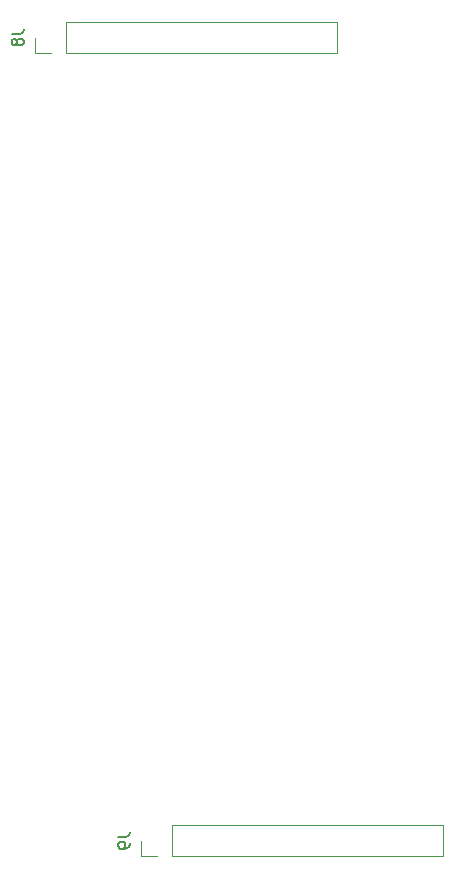
<source format=gbr>
%TF.GenerationSoftware,KiCad,Pcbnew,(6.0.8)*%
%TF.CreationDate,2022-12-13T14:59:49+09:00*%
%TF.ProjectId,audio,61756469-6f2e-46b6-9963-61645f706362,rev?*%
%TF.SameCoordinates,Original*%
%TF.FileFunction,Legend,Bot*%
%TF.FilePolarity,Positive*%
%FSLAX46Y46*%
G04 Gerber Fmt 4.6, Leading zero omitted, Abs format (unit mm)*
G04 Created by KiCad (PCBNEW (6.0.8)) date 2022-12-13 14:59:49*
%MOMM*%
%LPD*%
G01*
G04 APERTURE LIST*
%ADD10C,0.150000*%
%ADD11C,0.120000*%
G04 APERTURE END LIST*
D10*
%TO.C,J9*%
X112682380Y-70666666D02*
X113396666Y-70666666D01*
X113539523Y-70619047D01*
X113634761Y-70523809D01*
X113682380Y-70380952D01*
X113682380Y-70285714D01*
X113682380Y-71190476D02*
X113682380Y-71380952D01*
X113634761Y-71476190D01*
X113587142Y-71523809D01*
X113444285Y-71619047D01*
X113253809Y-71666666D01*
X112872857Y-71666666D01*
X112777619Y-71619047D01*
X112730000Y-71571428D01*
X112682380Y-71476190D01*
X112682380Y-71285714D01*
X112730000Y-71190476D01*
X112777619Y-71142857D01*
X112872857Y-71095238D01*
X113110952Y-71095238D01*
X113206190Y-71142857D01*
X113253809Y-71190476D01*
X113301428Y-71285714D01*
X113301428Y-71476190D01*
X113253809Y-71571428D01*
X113206190Y-71619047D01*
X113110952Y-71666666D01*
%TO.C,J8*%
X103682380Y-2666666D02*
X104396666Y-2666666D01*
X104539523Y-2619047D01*
X104634761Y-2523809D01*
X104682380Y-2380952D01*
X104682380Y-2285714D01*
X104110952Y-3285714D02*
X104063333Y-3190476D01*
X104015714Y-3142857D01*
X103920476Y-3095238D01*
X103872857Y-3095238D01*
X103777619Y-3142857D01*
X103730000Y-3190476D01*
X103682380Y-3285714D01*
X103682380Y-3476190D01*
X103730000Y-3571428D01*
X103777619Y-3619047D01*
X103872857Y-3666666D01*
X103920476Y-3666666D01*
X104015714Y-3619047D01*
X104063333Y-3571428D01*
X104110952Y-3476190D01*
X104110952Y-3285714D01*
X104158571Y-3190476D01*
X104206190Y-3142857D01*
X104301428Y-3095238D01*
X104491904Y-3095238D01*
X104587142Y-3142857D01*
X104634761Y-3190476D01*
X104682380Y-3285714D01*
X104682380Y-3476190D01*
X104634761Y-3571428D01*
X104587142Y-3619047D01*
X104491904Y-3666666D01*
X104301428Y-3666666D01*
X104206190Y-3619047D01*
X104158571Y-3571428D01*
X104110952Y-3476190D01*
D11*
%TO.C,J9*%
X117270000Y-72330000D02*
X140190000Y-72330000D01*
X114670000Y-72330000D02*
X116000000Y-72330000D01*
X117270000Y-69670000D02*
X140190000Y-69670000D01*
X140190000Y-69670000D02*
X140190000Y-72330000D01*
X114670000Y-71000000D02*
X114670000Y-72330000D01*
X117270000Y-69670000D02*
X117270000Y-72330000D01*
%TO.C,J8*%
X105670000Y-3000000D02*
X105670000Y-4330000D01*
X108270000Y-1670000D02*
X131190000Y-1670000D01*
X131190000Y-1670000D02*
X131190000Y-4330000D01*
X108270000Y-1670000D02*
X108270000Y-4330000D01*
X105670000Y-4330000D02*
X107000000Y-4330000D01*
X108270000Y-4330000D02*
X131190000Y-4330000D01*
%TD*%
M02*

</source>
